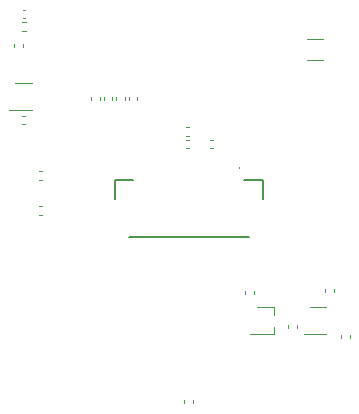
<source format=gbo>
%TF.GenerationSoftware,KiCad,Pcbnew,7.0.2-0*%
%TF.CreationDate,2023-07-16T12:38:20-04:00*%
%TF.ProjectId,ESPWatchS3,45535057-6174-4636-9853-332e6b696361,rev?*%
%TF.SameCoordinates,Original*%
%TF.FileFunction,Legend,Bot*%
%TF.FilePolarity,Positive*%
%FSLAX46Y46*%
G04 Gerber Fmt 4.6, Leading zero omitted, Abs format (unit mm)*
G04 Created by KiCad (PCBNEW 7.0.2-0) date 2023-07-16 12:38:20*
%MOMM*%
%LPD*%
G01*
G04 APERTURE LIST*
%ADD10C,0.120000*%
%ADD11C,0.200000*%
%ADD12C,0.100000*%
G04 APERTURE END LIST*
D10*
%TO.C,C4*%
X36475000Y-29642164D02*
X36475000Y-29857836D01*
X35755000Y-29642164D02*
X35755000Y-29857836D01*
%TO.C,C21*%
X30107836Y-31935000D02*
X29892164Y-31935000D01*
X30107836Y-31215000D02*
X29892164Y-31215000D01*
%TO.C,R7*%
X49530000Y-45996359D02*
X49530000Y-46303641D01*
X48770000Y-45996359D02*
X48770000Y-46303641D01*
%TO.C,C35*%
X30157836Y-22960000D02*
X29942164Y-22960000D01*
X30157836Y-22240000D02*
X29942164Y-22240000D01*
%TO.C,R20*%
X29980000Y-25096359D02*
X29980000Y-25403641D01*
X29220000Y-25096359D02*
X29220000Y-25403641D01*
%TO.C,C22*%
X39625000Y-29642164D02*
X39625000Y-29857836D01*
X38905000Y-29642164D02*
X38905000Y-29857836D01*
%TO.C,R4*%
X29896359Y-23270000D02*
X30203641Y-23270000D01*
X29896359Y-24030000D02*
X30203641Y-24030000D01*
%TO.C,C15*%
X45792164Y-33240000D02*
X46007836Y-33240000D01*
X45792164Y-33960000D02*
X46007836Y-33960000D01*
%TO.C,U10*%
X29300000Y-28415000D02*
X30700000Y-28415000D01*
X30700000Y-30735000D02*
X28800000Y-30735000D01*
%TO.C,C24*%
X38575000Y-29642164D02*
X38575000Y-29857836D01*
X37855000Y-29642164D02*
X37855000Y-29857836D01*
%TO.C,C14*%
X37525000Y-29642164D02*
X37525000Y-29857836D01*
X36805000Y-29642164D02*
X36805000Y-29857836D01*
%TO.C,R5*%
X55520000Y-46153641D02*
X55520000Y-45846359D01*
X56280000Y-46153641D02*
X56280000Y-45846359D01*
%TO.C,D2*%
X49770000Y-47390000D02*
X51180000Y-47390000D01*
X51180000Y-48050000D02*
X51180000Y-47390000D01*
X51180000Y-49710000D02*
X49150000Y-49710000D01*
X51180000Y-49710000D02*
X51180000Y-49050000D01*
%TO.C,C26*%
X44007836Y-33960000D02*
X43792164Y-33960000D01*
X44007836Y-33240000D02*
X43792164Y-33240000D01*
%TO.C,R19*%
X44380000Y-55246359D02*
X44380000Y-55553641D01*
X43620000Y-55246359D02*
X43620000Y-55553641D01*
%TO.C,R23*%
X31603641Y-36630000D02*
X31296359Y-36630000D01*
X31603641Y-35870000D02*
X31296359Y-35870000D01*
%TO.C,R8*%
X53130000Y-48896359D02*
X53130000Y-49203641D01*
X52370000Y-48896359D02*
X52370000Y-49203641D01*
%TO.C,Y3*%
X55375000Y-26475000D02*
X54025000Y-26475000D01*
X55375000Y-24725000D02*
X54025000Y-24725000D01*
%TO.C,Q1*%
X54250000Y-47390000D02*
X55650000Y-47390000D01*
X55650000Y-49710000D02*
X53750000Y-49710000D01*
%TO.C,R22*%
X31603641Y-39630000D02*
X31296359Y-39630000D01*
X31603641Y-38870000D02*
X31296359Y-38870000D01*
D11*
%TO.C,J2*%
X50250000Y-38250000D02*
X50250000Y-36600000D01*
X50250000Y-36600000D02*
X48700000Y-36600000D01*
X49100000Y-41500000D02*
X38900000Y-41500000D01*
D12*
X48250000Y-35620000D02*
X48250000Y-35620000D01*
X48250000Y-35520000D02*
X48250000Y-35520000D01*
D11*
X39300000Y-36600000D02*
X37750000Y-36600000D01*
X37750000Y-36600000D02*
X37750000Y-38250000D01*
D12*
X48250000Y-35520000D02*
G75*
G03*
X48250000Y-35620000I0J-50000D01*
G01*
X48250000Y-35620000D02*
G75*
G03*
X48250000Y-35520000I0J50000D01*
G01*
D10*
%TO.C,R9*%
X56870000Y-50053641D02*
X56870000Y-49746359D01*
X57630000Y-50053641D02*
X57630000Y-49746359D01*
%TO.C,C19*%
X43792164Y-32190000D02*
X44007836Y-32190000D01*
X43792164Y-32910000D02*
X44007836Y-32910000D01*
%TD*%
M02*

</source>
